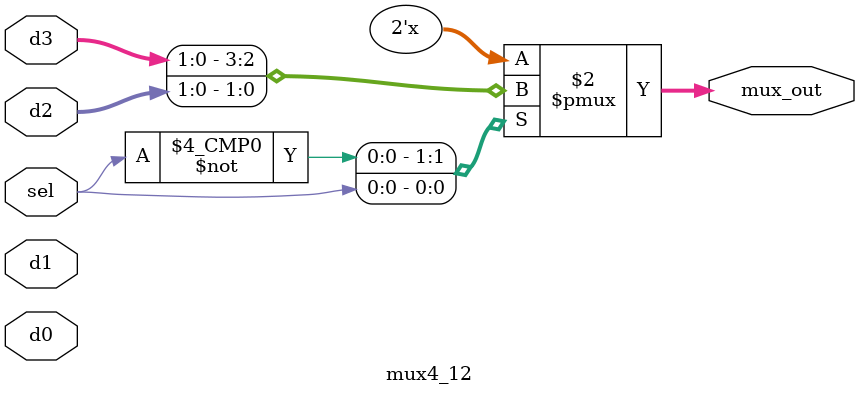
<source format=v>
module mux4_12(
    input wire sel,
    input [1:0] d1,d2,d3,d0,
    output reg[1:0] mux_out
);
always @(*)begin
    case(sel)
    2'b00:begin
         mux_out <= d3;
    end
    2'b01:begin
         mux_out <= d2;
    end
    2'b10:begin
         mux_out <= d1;
    end
    2'b11:begin
         mux_out <= d0;
    end
    default:begin
        mux_out <= 2'b00;
    end
    endcase
end

endmodule
</source>
